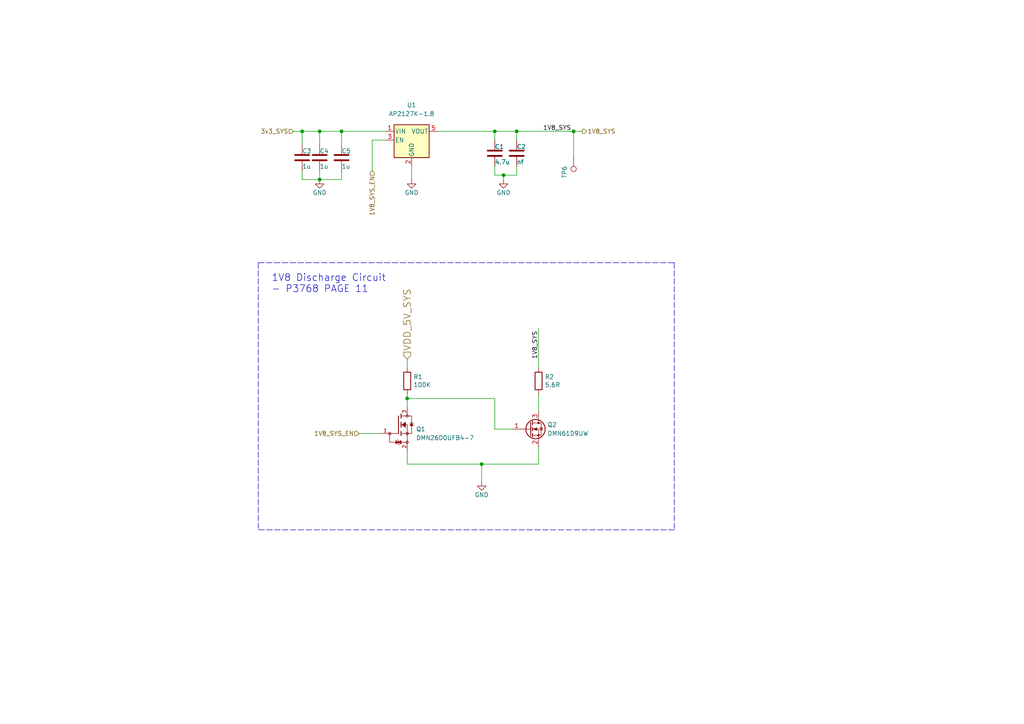
<source format=kicad_sch>
(kicad_sch (version 20211123) (generator eeschema)
  (paper "A4")
  (title_block (date "2023-05-28") (company "www.infinitytech.ltd") (comment 1 "(+20) 010 60 44 9214") (comment 2 "Design By: Mohamed Maher") (comment 4 "Jetson Orin SOM Custom Carrier Boards V1.0"))
  (lib_symbols
    (symbol "Connector:TestPoint" (pin_numbers hide) (pin_names (offset 0.762) hide)
      (property "Reference" "TP" (at 0 6.858 0))
      (property "Value" "TestPoint" (at 0 5.08 0))
      (symbol "TestPoint_0_1"
        (circle (center 0 3.302) (radius 0.762))
      )
      (symbol "TestPoint_1_1"
        (pin passive line (at 0 0 90) (length 2.54) (name "1") (number "1"))
      )
    )
    (symbol "DMN26D0UFB4-7:DMN26D0UFB4-7" (pin_names (offset 1.016))
      (property "Reference" "Q" (at -8.89 2.54 0))
      (property "Value" "DMN26D0UFB4-7" (at -8.89 -10.16 0))
      (symbol "DMN26D0UFB4-7_0_0"
        (circle (center -2.54 -2.54) (radius 0.3592))
        (polyline (pts (xy -2.54 -5.08) (xy 2.54 -5.08)) (stroke (width 0.1524)))
        (polyline (pts (xy -2.54 -2.54) (xy -2.54 -5.08)) (stroke (width 0.1524)))
        (polyline (pts (xy -2.54 -2.54) (xy 0 -2.54)) (stroke (width 0.1524)))
        (polyline (pts (xy 0 -4.572) (xy -0.254 -4.318)) (stroke (width 0.1524)))
        (polyline (pts (xy 0 -4.572) (xy 0 -5.588)) (stroke (width 0.1524)))
        (polyline (pts (xy 0 2.54) (xy 0 -2.54)) (stroke (width 0.254)))
        (polyline (pts (xy 0.254 -5.842) (xy 0 -5.588)) (stroke (width 0.1524)))
        (polyline (pts (xy 0.762 -2.54) (xy 0.762 -3.175)) (stroke (width 0.254)))
        (polyline (pts (xy 0.762 -1.905) (xy 0.762 -2.54)) (stroke (width 0.254)))
        (polyline (pts (xy 0.762 0) (xy 0.762 -0.762)) (stroke (width 0.254)))
        (polyline (pts (xy 0.762 0) (xy 2.54 0)) (stroke (width 0.1524)))
        (polyline (pts (xy 0.762 0.762) (xy 0.762 0)) (stroke (width 0.254)))
        (polyline (pts (xy 0.762 2.54) (xy 0.762 1.905)) (stroke (width 0.254)))
        (polyline (pts (xy 0.762 2.54) (xy 3.81 2.54)) (stroke (width 0.1524)))
        (polyline (pts (xy 0.762 3.175) (xy 0.762 2.54)) (stroke (width 0.254)))
        (polyline (pts (xy 2.54 -5.08) (xy 2.54 -2.54)) (stroke (width 0.1524)))
        (polyline (pts (xy 2.54 -2.54) (xy 0.762 -2.54)) (stroke (width 0.1524)))
        (polyline (pts (xy 2.54 -2.54) (xy 3.81 -2.54)) (stroke (width 0.1524)))
        (polyline (pts (xy 2.54 0) (xy 2.54 -2.54)) (stroke (width 0.1524)))
        (polyline (pts (xy 3.81 0.508) (xy 3.302 0.508)) (stroke (width 0.1524)))
        (polyline (pts (xy 3.81 0.508) (xy 3.81 -2.54)) (stroke (width 0.1524)))
        (polyline (pts (xy 3.81 2.54) (xy 3.81 0.508)) (stroke (width 0.1524)))
        (polyline (pts (xy 4.318 0.508) (xy 3.81 0.508)) (stroke (width 0.1524)))
        (polyline (pts (xy 0 -5.08) (xy -0.762 -4.572) (xy -0.762 -5.588) (xy 0 -5.08)) (stroke (width 0.1524)) (fill (type outline)))
        (polyline (pts (xy 0 -5.08) (xy 0.762 -5.588) (xy 0.762 -4.572) (xy 0 -5.08)) (stroke (width 0.1524)) (fill (type outline)))
        (polyline (pts (xy 1.016 0) (xy 2.032 0.762) (xy 2.032 -0.762) (xy 1.016 0)) (stroke (width 0.1524)) (fill (type outline)))
        (polyline (pts (xy 3.81 0.508) (xy 3.302 -0.254) (xy 4.318 -0.254) (xy 3.81 0.508)) (stroke (width 0.1524)) (fill (type outline)))
        (circle (center 2.54 -5.08) (radius 0.3592))
        (circle (center 2.54 -2.54) (radius 0.3592))
        (circle (center 2.54 2.54) (radius 0.3592))
        (pin passive line (at -5.08 -2.54 0) (length 2.54) (name "~") (number "1"))
        (pin passive line (at 2.54 -7.62 90) (length 2.54) (name "~") (number "2"))
        (pin passive line (at 2.54 5.08 270) (length 2.54) (name "~") (number "3"))
      )
    )
    (symbol "Device:C" (pin_numbers hide) (pin_names (offset 0.254))
      (property "Reference" "C" (at 0.635 2.54 0))
      (property "Value" "C" (at 0.635 -2.54 0))
      (symbol "C_0_1"
        (polyline (pts (xy -2.032 -0.762) (xy 2.032 -0.762)) (stroke (width 0.508)))
        (polyline (pts (xy -2.032 0.762) (xy 2.032 0.762)) (stroke (width 0.508)))
      )
      (symbol "C_1_1"
        (pin passive line (at 0 3.81 270) (length 2.794) (name "~") (number "1"))
        (pin passive line (at 0 -3.81 90) (length 2.794) (name "~") (number "2"))
      )
    )
    (symbol "Device:R" (pin_numbers hide) (pin_names (offset 0))
      (property "Reference" "R" (at 2.032 0 90))
      (property "Value" "R" (at 0 0 90))
      (symbol "R_0_1"
        (rectangle (start -1.016 -2.54) (end 1.016 2.54) (stroke (width 0.254)))
      )
      (symbol "R_1_1"
        (pin passive line (at 0 3.81 270) (length 1.27) (name "~") (number "1"))
        (pin passive line (at 0 -3.81 90) (length 1.27) (name "~") (number "2"))
      )
    )
    (symbol "Regulator_Linear:AP2127K-1.8" (pin_names (offset 0.254))
      (property "Reference" "U" (at -5.08 5.715 0))
      (property "Value" "AP2127K-1.8" (at 0 5.715 0))
      (symbol "AP2127K-1.8_0_1"
        (rectangle (start -5.08 4.445) (end 5.08 -5.08) (stroke (width 0.254)) (fill (type background)))
      )
      (symbol "AP2127K-1.8_1_1"
        (pin power_in line (at -7.62 2.54 0) (length 2.54) (name "VIN") (number "1"))
        (pin power_in line (at 0 -7.62 90) (length 2.54) (name "GND") (number "2"))
        (pin input line (at -7.62 0 0) (length 2.54) (name "EN") (number "3"))
        (pin no_connect line (at 5.08 0 180) (length 2.54) hide (name "NC") (number "4"))
        (pin power_out line (at 7.62 2.54 180) (length 2.54) (name "VOUT") (number "5"))
      )
    )
    (symbol "Transistor_FET:DMN6140L" (pin_names hide)
      (property "Reference" "Q" (at 5.08 1.905 0))
      (property "Value" "DMN6140L" (at 5.08 0 0))
      (symbol "DMN6140L_0_1"
        (polyline (pts (xy 0.254 0) (xy -2.54 0)))
        (polyline (pts (xy 0.254 1.905) (xy 0.254 -1.905)) (stroke (width 0.254)))
        (polyline (pts (xy 0.762 -1.27) (xy 0.762 -2.286)) (stroke (width 0.254)))
        (polyline (pts (xy 0.762 0.508) (xy 0.762 -0.508)) (stroke (width 0.254)))
        (polyline (pts (xy 0.762 2.286) (xy 0.762 1.27)) (stroke (width 0.254)))
        (polyline (pts (xy 2.54 2.54) (xy 2.54 1.778)))
        (polyline (pts (xy 2.54 -2.54) (xy 2.54 0) (xy 0.762 0)))
        (polyline (pts (xy 0.762 -1.778) (xy 3.302 -1.778) (xy 3.302 1.778) (xy 0.762 1.778)))
        (polyline (pts (xy 1.016 0) (xy 2.032 0.381) (xy 2.032 -0.381) (xy 1.016 0)) (fill (type outline)))
        (polyline (pts (xy 2.794 0.508) (xy 2.921 0.381) (xy 3.683 0.381) (xy 3.81 0.254)))
        (polyline (pts (xy 3.302 0.381) (xy 2.921 -0.254) (xy 3.683 -0.254) (xy 3.302 0.381)))
        (circle (center 1.651 0) (radius 2.794) (stroke (width 0.254)))
        (circle (center 2.54 -1.778) (radius 0.254) (fill (type outline)))
        (circle (center 2.54 1.778) (radius 0.254) (fill (type outline)))
      )
      (symbol "DMN6140L_1_1"
        (pin input line (at -5.08 0 0) (length 2.54) (name "G") (number "1"))
        (pin passive line (at 2.54 -5.08 90) (length 2.54) (name "S") (number "2"))
        (pin passive line (at 2.54 5.08 270) (length 2.54) (name "D") (number "3"))
      )
    )
    (symbol "power:GND" (power) (pin_names (offset 0))
      (property "Value" "GND" (at 0 -3.81 0))
      (symbol "GND_0_1"
        (polyline (pts (xy 0 0) (xy 0 -1.27) (xy 1.27 -1.27) (xy 0 -2.54) (xy -1.27 -1.27) (xy 0 -1.27)))
      )
      (symbol "GND_1_1"
        (pin power_in line (at 0 0 270) (length 0) hide (name "GND") (number "1"))
      )
    )
  )
  (junction (at 143.51 38.1))
  (junction (at 92.71 52.07))
  (junction (at 146.05 50.8))
  (junction (at 87.63 38.1))
  (junction (at 99.06 38.1))
  (junction (at 149.86 38.1))
  (junction (at 118.11 115.57))
  (junction (at 139.7 134.62))
  (junction (at 92.71 38.1))
  (junction (at 166.37 38.1))
  (wire (pts (xy 156.21 114.3) (xy 156.21 119.38)))
  (wire (pts (xy 139.7 139.7) (xy 139.7 134.62)))
  (wire (pts (xy 118.11 134.62) (xy 139.7 134.62)))
  (wire (pts (xy 118.11 115.57) (xy 118.11 118.11)))
  (wire (pts (xy 127 38.1) (xy 143.51 38.1)))
  (wire (pts (xy 143.51 40.64) (xy 143.51 38.1)))
  (wire (pts (xy 92.71 38.1) (xy 99.06 38.1)))
  (wire (pts (xy 87.63 52.07) (xy 87.63 49.53)))
  (wire (pts (xy 87.63 38.1) (xy 92.71 38.1)))
  (wire (pts (xy 148.59 124.46) (xy 143.51 124.46)))
  (polyline (pts (xy 74.93 76.2) (xy 74.93 153.67)))
  (wire (pts (xy 99.06 52.07) (xy 92.71 52.07)))
  (wire (pts (xy 118.11 115.57) (xy 143.51 115.57)))
  (wire (pts (xy 87.63 41.91) (xy 87.63 38.1)))
  (wire (pts (xy 118.11 114.3) (xy 118.11 115.57)))
  (wire (pts (xy 149.86 50.8) (xy 149.86 48.26)))
  (wire (pts (xy 149.86 38.1) (xy 166.37 38.1)))
  (wire (pts (xy 146.05 50.8) (xy 146.05 52.07)))
  (wire (pts (xy 99.06 38.1) (xy 111.76 38.1)))
  (wire (pts (xy 166.37 38.1) (xy 166.37 45.72)))
  (wire (pts (xy 149.86 38.1) (xy 149.86 40.64)))
  (wire (pts (xy 156.21 134.62) (xy 156.21 129.54)))
  (polyline (pts (xy 74.93 76.2) (xy 195.58 76.2)))
  (wire (pts (xy 104.14 125.73) (xy 110.49 125.73)))
  (wire (pts (xy 118.11 104.14) (xy 118.11 106.68)))
  (wire (pts (xy 156.21 95.25) (xy 156.21 106.68)))
  (wire (pts (xy 143.51 124.46) (xy 143.51 115.57)))
  (wire (pts (xy 118.11 130.81) (xy 118.11 134.62)))
  (wire (pts (xy 107.95 40.64) (xy 107.95 49.53)))
  (wire (pts (xy 92.71 38.1) (xy 92.71 41.91)))
  (wire (pts (xy 146.05 50.8) (xy 149.86 50.8)))
  (wire (pts (xy 143.51 50.8) (xy 146.05 50.8)))
  (wire (pts (xy 119.38 52.07) (xy 119.38 48.26)))
  (wire (pts (xy 99.06 49.53) (xy 99.06 52.07)))
  (polyline (pts (xy 195.58 76.2) (xy 195.58 153.67)))
  (wire (pts (xy 143.51 38.1) (xy 149.86 38.1)))
  (wire (pts (xy 92.71 49.53) (xy 92.71 52.07)))
  (wire (pts (xy 111.76 40.64) (xy 107.95 40.64)))
  (wire (pts (xy 99.06 38.1) (xy 99.06 41.91)))
  (wire (pts (xy 85.09 38.1) (xy 87.63 38.1)))
  (wire (pts (xy 166.37 38.1) (xy 168.91 38.1)))
  (wire (pts (xy 139.7 134.62) (xy 156.21 134.62)))
  (polyline (pts (xy 195.58 153.67) (xy 74.93 153.67)))
  (wire (pts (xy 143.51 48.26) (xy 143.51 50.8)))
  (wire (pts (xy 92.71 52.07) (xy 87.63 52.07)))
  (text "1V8 Discharge Circuit\n- P3768 PAGE 11" (at 78.74 85.09 0) (effects (font (size 2 2)) (justify left bottom)))
  (label "1V8_SYS" (at 157.48 38.1 0))
  (label "1V8_SYS" (at 156.21 104.14 90))
  (hierarchical_label "1V8_SYS_EN" (shape input) (at 107.95 49.53 270))
  (hierarchical_label "3v3_SYS" (shape input) (at 85.09 38.1 180))
  (hierarchical_label "1V8_SYS" (shape output) (at 168.91 38.1 0))
  (hierarchical_label "1V8_SYS_EN" (shape input) (at 104.14 125.73 180))
  (hierarchical_label "VDD_5V_SYS" (shape input) (at 118.11 104.14 90) (effects (font (size 2.0066 2.0066))))
  (symbol (lib_id "Device:C") (at 143.51 44.45 0) (unit 1)
    (property "Reference" "C1" (at 143.51 42.545 0) (effects (justify left)))
    (property "Value" "4.7u" (at 143.51 46.99 0) (effects (justify left)))
    (property "Footprint" "Capacitor_SMD:C_0201_0603Metric" (effects hide))
    (property "Datasheet" "https://psearch.en.murata.com/capacitor/product/GRM155R62A104KE14%23.pdf" (effects hide))
    (property "LCSC" "C335103" (effects hide))
  )
  (symbol (lib_id "power:GND") (at 139.7 139.7 0) (unit 1)
    (property "Reference" "#PWR0101" (effects hide))
    (property "Value" "GND" (at 139.7 143.51 0))
  )
  (symbol (lib_id "Device:C") (at 92.71 45.72 0) (unit 1)
    (property "Reference" "C4" (at 92.71 43.815 0) (effects (justify left)))
    (property "Value" "1u" (at 92.71 48.26 0) (effects (justify left)))
    (property "Footprint" "Capacitor_SMD:C_0201_0603Metric" (effects hide))
    (property "Datasheet" "https://psearch.en.murata.com/capacitor/product/GRM155R62A104KE14%23.pdf" (effects hide))
    (property "LCSC" "C87143" (effects hide))
  )
  (symbol (lib_id "Transistor_FET:DMN6140L") (at 153.67 124.46 0) (unit 1)
    (property "Reference" "Q2" (at 158.75 123.19 0) (effects (justify left)))
    (property "Value" "DMN61D9UW" (at 158.75 125.73 0) (effects (justify left)))
    (property "Footprint" "DMN61D9UW-7:SOT65P210X110-3N" (effects hide))
    (property "Datasheet" "http://www.diodes.com/assets/Datasheets/DMN6140L.pdf" (effects hide))
    (property "LCSC" "C151592" (effects hide))
  )
  (symbol (lib_id "power:GND") (at 146.05 52.07 0) (unit 1)
    (property "Reference" "#PWR0102" (effects hide))
    (property "Value" "GND" (at 146.05 55.88 0))
  )
  (symbol (lib_id "DMN26D0UFB4-7:DMN26D0UFB4-7") (at 115.57 123.19 0) (unit 1)
    (property "Reference" "Q1" (at 120.65 124.46 0) (effects (justify left)))
    (property "Value" "DMN26D0UFB4-7" (at 120.65 127 0) (effects (justify left)))
    (property "Footprint" "DMN26D0UFB4-7:TRXDFN100X60X40-3N" (effects hide))
    (property "PARTREV" "12-2" (effects hide))
    (property "MANUFACTURER" "Diodes Inc." (effects hide))
    (property "MAXIMUM_PACKAGE_HEIGHT" "0.4mm" (effects hide))
    (property "STANDARD" "IPC-7351B" (effects hide))
    (property "LCSC" "C260867" (effects hide))
  )
  (symbol (lib_id "Regulator_Linear:AP2127K-1.8") (at 119.38 40.64 0) (unit 1)
    (property "Reference" "U1" (at 119.38 30.48 0))
    (property "Value" "AP2127K-1.8" (at 119.38 33.02 0))
    (property "Footprint" "Package_TO_SOT_SMD:SOT-23-5" (effects hide))
    (property "Datasheet" "https://www.diodes.com/assets/Datasheets/AP2127.pdf" (effects hide))
    (property "LCSC" "C151375" (effects hide))
  )
  (symbol (lib_id "Device:R") (at 118.11 110.49 0) (unit 1)
    (property "Reference" "R1" (at 119.888 109.3216 0) (effects (justify left)))
    (property "Value" "100K" (at 119.888 111.633 0) (effects (justify left)))
    (property "Footprint" "Resistor_SMD:R_0201_0603Metric" (effects hide))
    (property "Datasheet" "https://fscdn.rohm.com/en/products/databook/datasheet/passive/resistor/chip_resistor/mcr-e.pdf" (effects hide))
    (property "Field4" "Farnell" (effects hide))
    (property "Field5" "9239367" (effects hide))
    (property "Field7" "Rohm" (effects hide))
    (property "Field6" "MCR01MZPF1202" (effects hide))
    (property "Part Description" "Resistor 12K M1005 1% 63mW" (effects hide))
    (property "LCSC" "C106224" (effects hide))
  )
  (symbol (lib_id "Device:C") (at 99.06 45.72 0) (unit 1)
    (property "Reference" "C5" (at 99.06 43.815 0) (effects (justify left)))
    (property "Value" "1u" (at 99.06 48.26 0) (effects (justify left)))
    (property "Footprint" "Capacitor_SMD:C_0201_0603Metric" (effects hide))
    (property "Datasheet" "https://psearch.en.murata.com/capacitor/product/GRM155R62A104KE14%23.pdf" (effects hide))
    (property "LCSC" "C87143" (effects hide))
  )
  (symbol (lib_id "Device:R") (at 156.21 110.49 0) (unit 1)
    (property "Reference" "R2" (at 157.988 109.3216 0) (effects (justify left)))
    (property "Value" "5.6R" (at 157.988 111.633 0) (effects (justify left)))
    (property "Footprint" "Resistor_SMD:R_0201_0603Metric" (effects hide))
    (property "Datasheet" "https://fscdn.rohm.com/en/products/databook/datasheet/passive/resistor/chip_resistor/mcr-e.pdf" (effects hide))
    (property "Field4" "Farnell" (effects hide))
    (property "Field5" "9239367" (effects hide))
    (property "Field7" "Rohm" (effects hide))
    (property "Field6" "MCR01MZPF1202" (effects hide))
    (property "Part Description" "Resistor 12K M1005 1% 63mW" (effects hide))
    (property "LCSC" "C367405" (effects hide))
  )
  (symbol (lib_id "Connector:TestPoint") (at 166.37 45.72 180) (unit 1)
    (property "Reference" "TP6" (at 163.703 48.0822 90) (effects (justify left)))
    (property "Value" "TestPoint" (effects hide))
    (property "Footprint" "TestPoint:TestPoint_Pad_D1.0mm" (effects hide))
    (property "Field4" "nf" (effects hide))
    (property "Field5" "nf" (effects hide))
    (property "Field6" "nf" (effects hide))
    (property "Field7" "nf" (effects hide))
  )
  (symbol (lib_id "power:GND") (at 119.38 52.07 0) (unit 1)
    (property "Reference" "#PWR0103" (effects hide))
    (property "Value" "GND" (at 119.38 55.88 0))
  )
  (symbol (lib_id "Device:C") (at 149.86 44.45 0) (unit 1)
    (property "Reference" "C2" (at 149.86 42.545 0) (effects (justify left)))
    (property "Value" "nf" (at 149.86 46.99 0) (effects (justify left)))
    (property "Footprint" "Capacitor_SMD:C_0201_0603Metric" (effects hide))
    (property "Datasheet" "https://psearch.en.murata.com/capacitor/product/GRM155R62A104KE14%23.pdf" (effects hide))
  )
  (symbol (lib_id "Device:C") (at 87.63 45.72 0) (unit 1)
    (property "Reference" "C3" (at 87.63 43.815 0) (effects (justify left)))
    (property "Value" "1u" (at 87.63 48.26 0) (effects (justify left)))
    (property "Footprint" "Capacitor_SMD:C_0201_0603Metric" (effects hide))
    (property "Datasheet" "https://psearch.en.murata.com/capacitor/product/GRM155R62A104KE14%23.pdf" (effects hide))
    (property "LCSC" "C87143" (effects hide))
  )
  (symbol (lib_id "power:GND") (at 92.71 52.07 0) (unit 1)
    (property "Reference" "#PWR0104" (effects hide))
    (property "Value" "GND" (at 92.71 55.88 0))
  )
)
</source>
